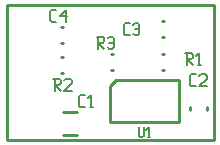
<source format=gbr>
G04 start of page 7 for group -4079 idx -4079 *
G04 Title: (unknown), topsilk *
G04 Creator: pcb 20110918 *
G04 CreationDate: Tue 09 Apr 2013 04:13:52 PM GMT UTC *
G04 For: railfan *
G04 Format: Gerber/RS-274X *
G04 PCB-Dimensions: 70000 46000 *
G04 PCB-Coordinate-Origin: lower left *
%MOIN*%
%FSLAX25Y25*%
%LNTOPSILK*%
%ADD38C,0.0080*%
%ADD37C,0.0100*%
G54D37*X69500Y45500D02*X500D01*
Y500D02*X69500D01*
Y45500D01*
X500D02*Y500D01*
X61745Y11393D02*Y10607D01*
X67255Y11393D02*Y10607D01*
X57996Y20500D02*Y6500D01*
X37004Y20500D02*X57996D01*
X35004Y6500D02*Y18500D01*
X57996Y6500D02*X35004D01*
Y18500D02*X37004Y20500D01*
X52107Y40255D02*X52893D01*
X52107Y34745D02*X52893D01*
X52107Y23745D02*X52893D01*
X52107Y29255D02*X52893D01*
X35107D02*X35893D01*
X35107Y23745D02*X35893D01*
X19138Y2260D02*X23862D01*
X19138Y9740D02*X23862D01*
X18607Y28255D02*X19393D01*
X18607Y22745D02*X19393D01*
X18607Y32745D02*X19393D01*
X18607Y38255D02*X19393D01*
G54D38*X62000Y18500D02*X63500D01*
X61500Y19000D02*X62000Y18500D01*
X61500Y22000D02*Y19000D01*
Y22000D02*X62000Y22500D01*
X63500D01*
X64700Y22000D02*X65200Y22500D01*
X66700D01*
X67200Y22000D01*
Y21000D01*
X64700Y18500D02*X67200Y21000D01*
X64700Y18500D02*X67200D01*
X44500Y4700D02*Y1900D01*
X44900Y1500D01*
X45700D01*
X46100Y1900D01*
Y4700D02*Y1900D01*
X47460Y1500D02*X48260D01*
X47860Y4700D02*Y1500D01*
X47060Y3900D02*X47860Y4700D01*
X40000Y35500D02*X41500D01*
X39500Y36000D02*X40000Y35500D01*
X39500Y39000D02*Y36000D01*
Y39000D02*X40000Y39500D01*
X41500D01*
X42700Y39000D02*X43200Y39500D01*
X44200D01*
X44700Y39000D01*
Y36000D01*
X44200Y35500D02*X44700Y36000D01*
X43200Y35500D02*X44200D01*
X42700Y36000D02*X43200Y35500D01*
Y37500D02*X44700D01*
X60000Y29500D02*X62000D01*
X62500Y29000D01*
Y28000D01*
X62000Y27500D02*X62500Y28000D01*
X60500Y27500D02*X62000D01*
X60500Y29500D02*Y25500D01*
Y27500D02*X62500Y25500D01*
X64200D02*X65200D01*
X64700Y29500D02*Y25500D01*
X63700Y28500D02*X64700Y29500D01*
X25000Y11500D02*X26500D01*
X24500Y12000D02*X25000Y11500D01*
X24500Y15000D02*Y12000D01*
Y15000D02*X25000Y15500D01*
X26500D01*
X28200Y11500D02*X29200D01*
X28700Y15500D02*Y11500D01*
X27700Y14500D02*X28700Y15500D01*
X30500Y35000D02*X32500D01*
X33000Y34500D01*
Y33500D01*
X32500Y33000D02*X33000Y33500D01*
X31000Y33000D02*X32500D01*
X31000Y35000D02*Y31000D01*
Y33000D02*X33000Y31000D01*
X34200Y34500D02*X34700Y35000D01*
X35700D01*
X36200Y34500D01*
Y31500D01*
X35700Y31000D02*X36200Y31500D01*
X34700Y31000D02*X35700D01*
X34200Y31500D02*X34700Y31000D01*
Y33000D02*X36200D01*
X15500Y40000D02*X17000D01*
X15000Y40500D02*X15500Y40000D01*
X15000Y43500D02*Y40500D01*
Y43500D02*X15500Y44000D01*
X17000D01*
X18200Y42000D02*X20200Y44000D01*
X18200Y42000D02*X20700D01*
X20200Y44000D02*Y40000D01*
X16000Y21000D02*X18000D01*
X18500Y20500D01*
Y19500D01*
X18000Y19000D02*X18500Y19500D01*
X16500Y19000D02*X18000D01*
X16500Y21000D02*Y17000D01*
Y19000D02*X18500Y17000D01*
X19700Y20500D02*X20200Y21000D01*
X21700D01*
X22200Y20500D01*
Y19500D01*
X19700Y17000D02*X22200Y19500D01*
X19700Y17000D02*X22200D01*
M02*

</source>
